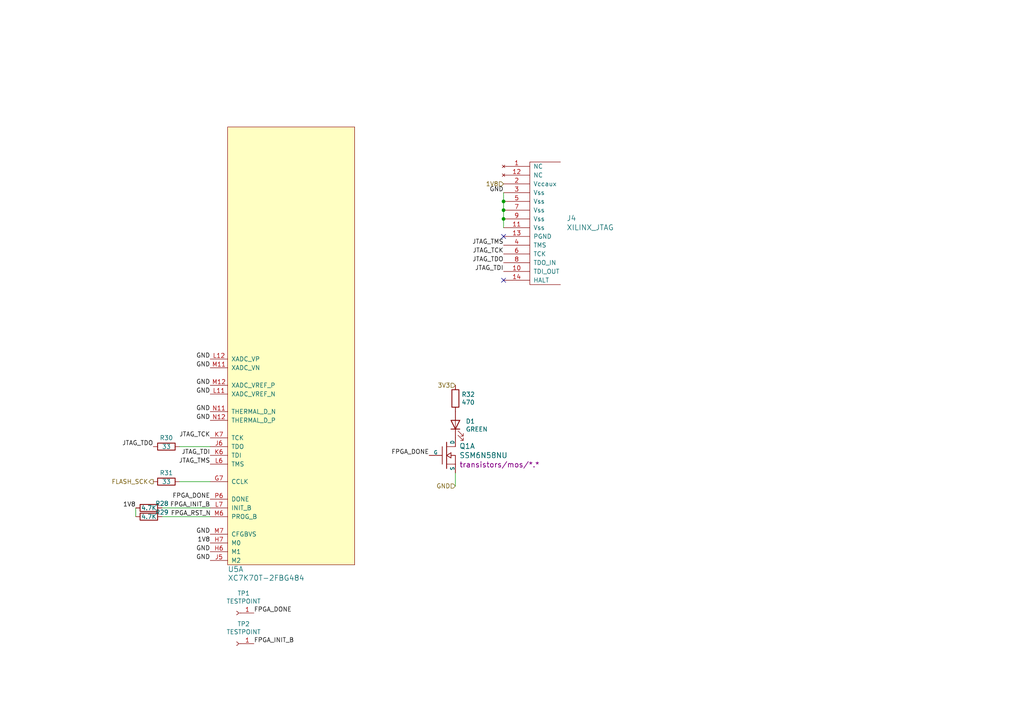
<source format=kicad_sch>
(kicad_sch (version 20211123) (generator eeschema)
  (paper "A4")
  (title_block (title "SATA sniffer") (date "2022-02-15") (rev "0.1") (comment 1 "Andrew D. Zonenberg"))
  (lib_symbols
    (symbol "Connector:Conn_01x01_Female" (pin_names (offset 1.016) hide)
      (property "Reference" "J" (at 0 2.54 0))
      (property "Value" "Conn_01x01_Female" (at 0 -2.54 0))
      (symbol "Conn_01x01_Female_1_1"
        (pin passive line (at -5.08 0 0) (length 3.81) (name "Pin_1") (number "1"))
      )
    )
    (symbol "Device:LED" (pin_numbers hide) (pin_names (offset 1.016) hide)
      (property "Reference" "D" (at 0 2.54 0))
      (property "Value" "LED" (at 0 -2.54 0))
      (symbol "LED_1_1"
        (pin passive line (at -3.81 0 0) (length 2.54) (name "K") (number "1"))
        (pin passive line (at 3.81 0 180) (length 2.54) (name "A") (number "2"))
      )
    )
    (symbol "Device:R" (pin_numbers hide) (pin_names (offset 0))
      (property "Reference" "R" (at 2.032 0 90))
      (property "Value" "R" (at 0 0 90))
      (symbol "R_1_1"
        (pin passive line (at 0 3.81 270) (length 1.27) (name "~") (number "1"))
        (pin passive line (at 0 -3.81 90) (length 1.27) (name "~") (number "2"))
      )
    )
    (symbol "special-azonenberg:SSM6N58NU_DUAL_NMOS" (pin_numbers hide) (pin_names (offset 0))
      (property "Reference" "Q" (at 0.254 4.318 0))
      (property "Value" "SSM6N58NU_DUAL_NMOS" (at -1.27 -3.81 0))
      (property "Datasheet" "transistors/mos/*.*" (at 0 0 0))
      (symbol "SSM6N58NU_DUAL_NMOS_1_1"
        (pin passive line (at 2.54 5.08 270) (length 2.54) (name "D") (number "D1"))
        (pin input line (at -5.08 0 0) (length 3.81) (name "G") (number "G1"))
        (pin passive line (at 2.54 -5.08 90) (length 2.54) (name "S") (number "S1"))
      )
      (symbol "SSM6N58NU_DUAL_NMOS_2_1"
        (pin passive line (at 2.54 5.08 270) (length 2.54) (name "D") (number "D2"))
        (pin input line (at -5.08 0 0) (length 3.81) (name "G") (number "G2"))
        (pin passive line (at 2.54 -5.08 90) (length 2.54) (name "S") (number "S2"))
      )
    )
    (symbol "xilinx-azonenberg:XC7KxT-FBG484" (pin_names (offset 1.016))
      (property "Reference" "U" (at 0 -2.54 0))
      (property "Value" "XC7KxT-FBG484" (at 27.94 -2.54 0))
      (symbol "XC7KxT-FBG484_1_1"
        (pin bidirectional line (at -5.08 22.86 0) (length 5.08) (name "CCLK") (number "G7"))
        (pin input line (at -5.08 2.54 0) (length 5.08) (name "M1") (number "H6"))
        (pin input line (at -5.08 5.08 0) (length 5.08) (name "M0") (number "H7"))
        (pin input line (at -5.08 0 0) (length 5.08) (name "M2") (number "J5"))
        (pin output line (at -5.08 33.02 0) (length 5.08) (name "TDO") (number "J6"))
        (pin input line (at -5.08 30.48 0) (length 5.08) (name "TDI") (number "K6"))
        (pin input line (at -5.08 35.56 0) (length 5.08) (name "TCK") (number "K7"))
        (pin power_in line (at -5.08 48.26 0) (length 5.08) (name "XADC_VREF_N") (number "L11"))
        (pin power_in line (at -5.08 58.42 0) (length 5.08) (name "XADC_VP") (number "L12"))
        (pin input line (at -5.08 27.94 0) (length 5.08) (name "TMS") (number "L6"))
        (pin bidirectional line (at -5.08 15.24 0) (length 5.08) (name "INIT_B") (number "L7"))
        (pin power_in line (at -5.08 55.88 0) (length 5.08) (name "XADC_VN") (number "M11"))
        (pin power_in line (at -5.08 50.8 0) (length 5.08) (name "XADC_VREF_P") (number "M12"))
        (pin input line (at -5.08 12.7 0) (length 5.08) (name "PROG_B") (number "M6"))
        (pin input line (at -5.08 7.62 0) (length 5.08) (name "CFGBVS") (number "M7"))
        (pin passive line (at -5.08 43.18 0) (length 5.08) (name "THERMAL_D_N") (number "N11"))
        (pin passive line (at -5.08 40.64 0) (length 5.08) (name "THERMAL_D_P") (number "N12"))
        (pin output line (at -5.08 17.78 0) (length 5.08) (name "DONE") (number "P6"))
      )
      (symbol "XC7KxT-FBG484_2_0"
        (text "1.0V" (at 15.24 93.98 900) (effects (font (size 1.524 1.524))))
        (text "1.2V" (at 15.24 59.69 900) (effects (font (size 1.524 1.524))))
        (text "1.5V" (at 15.24 21.59 0) (effects (font (size 1.524 1.524))))
        (text "1.8V" (at 15.24 38.1 900) (effects (font (size 1.524 1.524))))
      )
      (symbol "XC7KxT-FBG484_2_1"
        (pin power_in line (at 41.91 80.01 180) (length 5.08) (name "VCCO_15") (number "A17"))
        (pin power_in line (at -5.08 63.5 0) (length 5.08) (name "MGTAVTT") (number "A2"))
        (pin power_in line (at -5.08 76.2 0) (length 5.08) (name "MGTAVCC") (number "A6"))
        (pin power_in line (at 41.91 115.57 180) (length 5.08) (name "VCCO_13") (number "AA17"))
        (pin power_in line (at 41.91 49.53 180) (length 5.08) (name "VCCO_33") (number "AA7"))
        (pin power_in line (at 41.91 113.03 180) (length 5.08) (name "VCCO_13") (number "AB14"))
        (pin power_in line (at 41.91 31.75 180) (length 5.08) (name "VCCO_34") (number "AB4"))
        (pin power_in line (at 41.91 77.47 180) (length 5.08) (name "VCCO_15") (number "B14"))
        (pin power_in line (at 41.91 62.23 180) (length 5.08) (name "VCCO_16") (number "C11"))
        (pin power_in line (at -5.08 60.96 0) (length 5.08) (name "MGTAVTT") (number "C2"))
        (pin power_in line (at 41.91 74.93 180) (length 5.08) (name "VCCO_15") (number "C21"))
        (pin power_in line (at -5.08 73.66 0) (length 5.08) (name "MGTAVCC") (number "C6"))
        (pin power_in line (at 41.91 72.39 180) (length 5.08) (name "VCCO_15") (number "D18"))
        (pin power_in line (at 41.91 59.69 180) (length 5.08) (name "VCCO_16") (number "D8"))
        (pin power_in line (at 41.91 69.85 180) (length 5.08) (name "VCCO_15") (number "E15"))
        (pin power_in line (at -5.08 58.42 0) (length 5.08) (name "MGTAVTT") (number "E2"))
        (pin power_in line (at -5.08 71.12 0) (length 5.08) (name "MGTAVCC") (number "E6"))
        (pin power_in line (at 41.91 57.15 180) (length 5.08) (name "VCCO_16") (number "F12"))
        (pin power_in line (at 41.91 97.79 180) (length 5.08) (name "VCCO_14") (number "F22"))
        (pin power_in line (at 41.91 95.25 180) (length 5.08) (name "VCCO_14") (number "G19"))
        (pin power_in line (at -5.08 55.88 0) (length 5.08) (name "MGTAVTT") (number "G2"))
        (pin power_in line (at -5.08 68.58 0) (length 5.08) (name "MGTAVCC") (number "G6"))
        (pin power_in line (at 41.91 54.61 180) (length 5.08) (name "VCCO_16") (number "G9"))
        (pin power_in line (at 41.91 67.31 180) (length 5.08) (name "VCCO_15") (number "H16"))
        (pin power_in line (at -5.08 124.46 0) (length 5.08) (name "VCCINT") (number "J11"))
        (pin power_in line (at -5.08 121.92 0) (length 5.08) (name "VCCINT") (number "J13"))
        (pin power_in line (at -5.08 119.38 0) (length 5.08) (name "VCCINT") (number "J15"))
        (pin power_in line (at -5.08 25.4 0) (length 5.08) (name "MGTVCCAUX") (number "J4"))
        (pin power_in line (at 41.91 123.19 180) (length 5.08) (name "VCCO_0") (number "J7"))
        (pin power_in line (at -5.08 116.84 0) (length 5.08) (name "VCCINT") (number "J9"))
        (pin power_in line (at -5.08 50.8 0) (length 5.08) (name "VCCAUX") (number "K10"))
        (pin power_in line (at -5.08 30.48 0) (length 5.08) (name "VCCADC") (number "K12"))
        (pin power_in line (at -5.08 114.3 0) (length 5.08) (name "VCCINT") (number "K14"))
        (pin power_in line (at 41.91 92.71 180) (length 5.08) (name "VCCO_14") (number "K20"))
        (pin power_in line (at -5.08 111.76 0) (length 5.08) (name "VCCINT") (number "K8"))
        (pin power_in line (at -5.08 86.36 0) (length 5.08) (name "VCCBRAM") (number "L13"))
        (pin power_in line (at -5.08 109.22 0) (length 5.08) (name "VCCINT") (number "L15"))
        (pin power_in line (at 41.91 90.17 180) (length 5.08) (name "VCCO_14") (number "L17"))
        (pin power_in line (at -5.08 106.68 0) (length 5.08) (name "VCCINT") (number "L9"))
        (pin power_in line (at -5.08 48.26 0) (length 5.08) (name "VCCAUX") (number "M10"))
        (pin power_in line (at -5.08 104.14 0) (length 5.08) (name "VCCINT") (number "M14"))
        (pin power_in line (at 41.91 29.21 180) (length 5.08) (name "VCCO_34") (number "M4"))
        (pin power_in line (at -5.08 101.6 0) (length 5.08) (name "VCCINT") (number "M8"))
        (pin power_in line (at 41.91 26.67 180) (length 5.08) (name "VCCO_34") (number "N1"))
        (pin power_in line (at -5.08 83.82 0) (length 5.08) (name "VCCBRAM") (number "N13"))
        (pin power_in line (at -5.08 99.06 0) (length 5.08) (name "VCCINT") (number "N15"))
        (pin power_in line (at 41.91 87.63 180) (length 5.08) (name "VCCO_14") (number "N21"))
        (pin power_in line (at 41.91 120.65 180) (length 5.08) (name "VCCO_0") (number "N7"))
        (pin power_in line (at -5.08 96.52 0) (length 5.08) (name "VCCINT") (number "N9"))
        (pin power_in line (at -5.08 45.72 0) (length 5.08) (name "VCCAUX") (number "P10"))
        (pin power_in line (at -5.08 43.18 0) (length 5.08) (name "VCCAUX") (number "P12"))
        (pin power_in line (at -5.08 93.98 0) (length 5.08) (name "VCCINT") (number "P14"))
        (pin power_in line (at 41.91 85.09 180) (length 5.08) (name "VCCO_14") (number "P18"))
        (pin power_in line (at -5.08 21.59 0) (length 5.08) (name "VCCBATT") (number "P7"))
        (pin power_in line (at -5.08 40.64 0) (length 5.08) (name "VCCAUX") (number "P8"))
        (pin power_in line (at -5.08 38.1 0) (length 5.08) (name "VCCAUX") (number "R11"))
        (pin power_in line (at -5.08 81.28 0) (length 5.08) (name "VCCBRAM") (number "R13"))
        (pin power_in line (at -5.08 91.44 0) (length 5.08) (name "VCCINT") (number "R15"))
        (pin power_in line (at 41.91 24.13 180) (length 5.08) (name "VCCO_34") (number "R5"))
        (pin power_in line (at -5.08 35.56 0) (length 5.08) (name "VCCAUX") (number "R9"))
        (pin power_in line (at 41.91 46.99 180) (length 5.08) (name "VCCO_33") (number "T12"))
        (pin power_in line (at 41.91 21.59 180) (length 5.08) (name "VCCO_34") (number "T2"))
        (pin power_in line (at 41.91 110.49 180) (length 5.08) (name "VCCO_13") (number "T22"))
        (pin power_in line (at 41.91 107.95 180) (length 5.08) (name "VCCO_13") (number "U19"))
        (pin power_in line (at 41.91 44.45 180) (length 5.08) (name "VCCO_33") (number "U9"))
        (pin power_in line (at 41.91 105.41 180) (length 5.08) (name "VCCO_13") (number "V16"))
        (pin power_in line (at 41.91 41.91 180) (length 5.08) (name "VCCO_33") (number "V6"))
        (pin power_in line (at 41.91 39.37 180) (length 5.08) (name "VCCO_33") (number "W13"))
        (pin power_in line (at 41.91 19.05 180) (length 5.08) (name "VCCO_34") (number "W3"))
        (pin power_in line (at 41.91 36.83 180) (length 5.08) (name "VCCO_33") (number "Y10"))
        (pin power_in line (at 41.91 102.87 180) (length 5.08) (name "VCCO_13") (number "Y20"))
      )
      (symbol "XC7KxT-FBG484_3_0"
        (text "Byte group 0" (at 25.4 107.95 900) (effects (font (size 1.524 1.524))))
        (text "Byte group 1" (at 25.4 77.47 900) (effects (font (size 1.524 1.524))))
        (text "Byte group 2" (at 25.4 46.99 900) (effects (font (size 1.524 1.524))))
        (text "Byte group 3" (at 25.4 16.51 900) (effects (font (size 1.524 1.524))))
      )
      (symbol "XC7KxT-FBG484_3_1"
        (pin bidirectional line (at -5.08 35.56 0) (length 5.08) (name "IO_L18P_T2_13") (number "AA14"))
        (pin bidirectional line (at -5.08 33.02 0) (length 5.08) (name "IO_L18N_T2_13") (number "AA15"))
        (pin bidirectional line (at -5.08 40.64 0) (length 5.08) (name "IO_L17P_T2_13") (number "AA16"))
        (pin bidirectional line (at -5.08 50.8 0) (length 5.08) (name "IO_L15P_T2_DQS_13") (number "AA18"))
        (pin bidirectional line (at -5.08 76.2 0) (length 5.08) (name "IO_L10_PT1_13") (number "AA19"))
        (pin bidirectional line (at -5.08 86.36 0) (length 5.08) (name "IO_L8P_T1_13") (number "AA20"))
        (pin bidirectional line (at -5.08 81.28 0) (length 5.08) (name "IO_L9P_T1_DQS_13") (number "AA21"))
        (pin bidirectional line (at -5.08 45.72 0) (length 5.08) (name "IO_L16P_T2_13") (number "AB15"))
        (pin bidirectional line (at -5.08 43.18 0) (length 5.08) (name "IO_L16N_T2_13") (number "AB16"))
        (pin bidirectional line (at -5.08 38.1 0) (length 5.08) (name "IO_L17N_T2_13") (number "AB17"))
        (pin bidirectional line (at -5.08 48.26 0) (length 5.08) (name "IO_L15N_T2_DQS_13") (number "AB18"))
        (pin bidirectional line (at -5.08 73.66 0) (length 5.08) (name "IO_L10N_T1_13") (number "AB20"))
        (pin bidirectional line (at -5.08 83.82 0) (length 5.08) (name "IO_L8N_T1_13") (number "AB21"))
        (pin bidirectional line (at -5.08 78.74 0) (length 5.08) (name "IO_L9N_T1_DQS_13") (number "AB22"))
        (pin bidirectional line (at -5.08 25.4 0) (length 5.08) (name "IO_L20P_T3_13") (number "R16"))
        (pin bidirectional line (at -5.08 5.08 0) (length 5.08) (name "IO_L24P_T3_13") (number "T15"))
        (pin bidirectional line (at -5.08 22.86 0) (length 5.08) (name "IO_L20N_T3_13") (number "T16"))
        (pin bidirectional line (at -5.08 111.76 0) (length 5.08) (name "IO_L3P_T0_DQS_13") (number "T18"))
        (pin bidirectional line (at -5.08 124.46 0) (length 5.08) (name "IO_0_13") (number "T19"))
        (pin bidirectional line (at -5.08 96.52 0) (length 5.08) (name "IO_L6P_T0_13") (number "T20"))
        (pin bidirectional line (at -5.08 121.92 0) (length 5.08) (name "IO_L1P_T0_13") (number "T21"))
        (pin bidirectional line (at -5.08 2.54 0) (length 5.08) (name "IO_L24N_T3_13") (number "U15"))
        (pin bidirectional line (at -5.08 30.48 0) (length 5.08) (name "IO_L19P_T3_13") (number "U16"))
        (pin bidirectional line (at -5.08 101.6 0) (length 5.08) (name "IO_L5P_T0_13") (number "U17"))
        (pin bidirectional line (at -5.08 109.22 0) (length 5.08) (name "IO_L3N_T0_DQS_13") (number "U18"))
        (pin bidirectional line (at -5.08 93.98 0) (length 5.08) (name "IO_L6N_T0_VREF_13") (number "U20"))
        (pin bidirectional line (at -5.08 119.38 0) (length 5.08) (name "IO_L1N_T0_13") (number "U21"))
        (pin bidirectional line (at -5.08 116.84 0) (length 5.08) (name "IO_L2P_T0_13") (number "U22"))
        (pin bidirectional line (at -5.08 0 0) (length 5.08) (name "IO_25_13") (number "V14"))
        (pin bidirectional line (at -5.08 10.16 0) (length 5.08) (name "IO_L23P_T3_13") (number "V15"))
        (pin bidirectional line (at -5.08 27.94 0) (length 5.08) (name "IO_L19N_T3_VREF_13") (number "V17"))
        (pin bidirectional line (at -5.08 99.06 0) (length 5.08) (name "IO_L5N_T0_13") (number "V18"))
        (pin bidirectional line (at -5.08 66.04 0) (length 5.08) (name "IO_L12P_T1_MRCC_13") (number "V19"))
        (pin bidirectional line (at -5.08 71.12 0) (length 5.08) (name "IO_L11P_T1_SRCC_13") (number "V20"))
        (pin bidirectional line (at -5.08 114.3 0) (length 5.08) (name "IO_L2N_T0_13") (number "V22"))
        (pin bidirectional line (at -5.08 15.24 0) (length 5.08) (name "IO_L22P_T3_13") (number "W14"))
        (pin bidirectional line (at -5.08 7.62 0) (length 5.08) (name "IO_L23N_T3_13") (number "W15"))
        (pin bidirectional line (at -5.08 20.32 0) (length 5.08) (name "IO_L21P_T3_DQS_13") (number "W16"))
        (pin bidirectional line (at -5.08 55.88 0) (length 5.08) (name "IO_L14P_T2_SRCC_13") (number "W17"))
        (pin bidirectional line (at -5.08 63.5 0) (length 5.08) (name "IO_12N_T1_MRCC_13") (number "W19"))
        (pin bidirectional line (at -5.08 68.58 0) (length 5.08) (name "IO_L11N_T1_SRCC_13") (number "W20"))
        (pin bidirectional line (at -5.08 106.68 0) (length 5.08) (name "IO_L4P_T0_13") (number "W21"))
        (pin bidirectional line (at -5.08 104.14 0) (length 5.08) (name "IO_L4N_T0_13") (number "W22"))
        (pin bidirectional line (at -5.08 12.7 0) (length 5.08) (name "IO_L22N_T3_13") (number "Y14"))
        (pin bidirectional line (at -5.08 17.78 0) (length 5.08) (name "IO_L21N_T3_DQS_13") (number "Y16"))
        (pin bidirectional line (at -5.08 53.34 0) (length 5.08) (name "IO_L14N_T2_SRCC_13") (number "Y17"))
        (pin bidirectional line (at -5.08 60.96 0) (length 5.08) (name "IO_L13P_T2_MRCC_13") (number "Y18"))
        (pin bidirectional line (at -5.08 58.42 0) (length 5.08) (name "IO_L13N_T2_MRCC_13") (number "Y19"))
        (pin bidirectional line (at -5.08 91.44 0) (length 5.08) (name "IO_L7P_T1_13") (number "Y21"))
        (pin bidirectional line (at -5.08 88.9 0) (length 5.08) (name "IO_L7N_T1_13") (number "Y22"))
      )
      (symbol "XC7KxT-FBG484_4_0"
        (text "Byte group 0" (at 34.29 106.68 900) (effects (font (size 1.524 1.524))))
        (text "Byte group 1" (at 34.29 77.47 900) (effects (font (size 1.524 1.524))))
        (text "Byte group 2" (at 34.29 46.99 900) (effects (font (size 1.524 1.524))))
        (text "Byte group 3" (at 34.29 16.51 900) (effects (font (size 1.524 1.524))))
      )
      (symbol "XC7KxT-FBG484_4_1"
        (pin bidirectional line (at -5.08 91.44 0) (length 5.08) (name "IO_L7P_T1_D09_14") (number "E21"))
        (pin bidirectional line (at -5.08 88.9 0) (length 5.08) (name "IO_L7N_T1_D10_14") (number "E22"))
        (pin bidirectional line (at -5.08 114.3 0) (length 5.08) (name "IO_L2N_T0_D03_14") (number "F19"))
        (pin bidirectional line (at -5.08 104.14 0) (length 5.08) (name "IO_L4N_T0_D05_14") (number "F20"))
        (pin bidirectional line (at -5.08 78.74 0) (length 5.08) (name "IO_L9N_T1_DQS_D13_14") (number "F21"))
        (pin bidirectional line (at -5.08 116.84 0) (length 5.08) (name "IO_L2P_T0_D02_14") (number "G18"))
        (pin bidirectional line (at -5.08 106.68 0) (length 5.08) (name "IO_L4P_T0_D04_14") (number "G20"))
        (pin bidirectional line (at -5.08 81.28 0) (length 5.08) (name "IO_L9P_T1_DQS_14") (number "G21"))
        (pin bidirectional line (at -5.08 83.82 0) (length 5.08) (name "IO_L8N_T1_D12_14") (number "G22"))
        (pin bidirectional line (at -5.08 121.92 0) (length 5.08) (name "IO_L1P_T0_D00_MOSI_14") (number "H18"))
        (pin bidirectional line (at -5.08 119.38 0) (length 5.08) (name "IO_L1N_T0_D01_DIN_14") (number "H19"))
        (pin bidirectional line (at -5.08 68.58 0) (length 5.08) (name "IO_L11N_T1_SRCC_14") (number "H20"))
        (pin bidirectional line (at -5.08 86.36 0) (length 5.08) (name "IO_L8P_T1_D11_14") (number "H22"))
        (pin bidirectional line (at -5.08 109.22 0) (length 5.08) (name "IO_L3N_T0_DQS_EMCCLK_14") (number "J19"))
        (pin bidirectional line (at -5.08 71.12 0) (length 5.08) (name "IO_L11P_T1_SRCC_14") (number "J20"))
        (pin bidirectional line (at -5.08 76.2 0) (length 5.08) (name "IO_L10P_T1_D14_14") (number "J21"))
        (pin bidirectional line (at -5.08 73.66 0) (length 5.08) (name "IO_L10N_T1_D15_14") (number "J22"))
        (pin bidirectional line (at -5.08 124.46 0) (length 5.08) (name "IO_0_14") (number "K16"))
        (pin bidirectional line (at -5.08 93.98 0) (length 5.08) (name "IO_L6N_T0_D08_VREF_14") (number "K17"))
        (pin bidirectional line (at -5.08 111.76 0) (length 5.08) (name "IO_L3P_T0_DQS_PUDC_B_14") (number "K18"))
        (pin bidirectional line (at -5.08 99.06 0) (length 5.08) (name "IO_L5N_T0_D07_14") (number "K19"))
        (pin bidirectional line (at -5.08 45.72 0) (length 5.08) (name "IO_L16P_T2_CSI_B_14") (number "K21"))
        (pin bidirectional line (at -5.08 43.18 0) (length 5.08) (name "IO_L16N_T2_A15_D31_14") (number "K22"))
        (pin bidirectional line (at -5.08 96.52 0) (length 5.08) (name "IO_L6P_T0_FCS_B_14") (number "L16"))
        (pin bidirectional line (at -5.08 101.6 0) (length 5.08) (name "IO_L5P_T0_D06_14") (number "L18"))
        (pin bidirectional line (at -5.08 66.04 0) (length 5.08) (name "IO_L12P_T1_MRCC_14") (number "L19"))
        (pin bidirectional line (at -5.08 63.5 0) (length 5.08) (name "IO_L12N_T1_MRCC_14") (number "L20"))
        (pin bidirectional line (at -5.08 33.02 0) (length 5.08) (name "IO_L18N_T2_A11_D27_14") (number "L21"))
        (pin bidirectional line (at -5.08 0 0) (length 5.08) (name "IO_25_14") (number "M16"))
        (pin bidirectional line (at -5.08 55.88 0) (length 5.08) (name "IO_L14P_T2_SRCC_14") (number "M17"))
        (pin bidirectional line (at -5.08 53.34 0) (length 5.08) (name "IO_L14N_T2_SRCC_14") (number "M18"))
        (pin bidirectional line (at -5.08 35.56 0) (length 5.08) (name "IO_L18P_T2_A12_D28_14") (number "M20"))
        (pin bidirectional line (at -5.08 38.1 0) (length 5.08) (name "IO_L17N_T2_A13_D29_14") (number "M21"))
        (pin bidirectional line (at -5.08 48.26 0) (length 5.08) (name "IO_L15N_T2_DQS_DOUT_CSO_B_14") (number "M22"))
        (pin bidirectional line (at -5.08 7.62 0) (length 5.08) (name "IO_L23N_T3_A02_D18_14") (number "N17"))
        (pin bidirectional line (at -5.08 60.96 0) (length 5.08) (name "IO_L13P_T2_MRCC_14") (number "N18"))
        (pin bidirectional line (at -5.08 58.42 0) (length 5.08) (name "IO_L13N_T2_MRCC_14") (number "N19"))
        (pin bidirectional line (at -5.08 40.64 0) (length 5.08) (name "IO_L17P_T2_A14_D30_14") (number "N20"))
        (pin bidirectional line (at -5.08 50.8 0) (length 5.08) (name "IO_L15P_T2_DQS_RDWR_B_14") (number "N22"))
        (pin bidirectional line (at -5.08 10.16 0) (length 5.08) (name "IO_L23P_T3_A03_D19_14") (number "P16"))
        (pin bidirectional line (at -5.08 17.78 0) (length 5.08) (name "IO_L21N_T3_DQS_A06_D22_14") (number "P17"))
        (pin bidirectional line (at -5.08 25.4 0) (length 5.08) (name "IO_L20P_T3_A08_D24_14") (number "P19"))
        (pin bidirectional line (at -5.08 22.86 0) (length 5.08) (name "IO_L20N_T3_A07_D23_14") (number "P20"))
        (pin bidirectional line (at -5.08 15.24 0) (length 5.08) (name "IO_L22P_T3_A05_D21_14") (number "P21"))
        (pin bidirectional line (at -5.08 12.7 0) (length 5.08) (name "IO_L22N_T3_A04_D20_14") (number "P22"))
        (pin bidirectional line (at -5.08 20.32 0) (length 5.08) (name "IO_L21P_T3_DQS_14") (number "R17"))
        (pin bidirectional line (at -5.08 30.48 0) (length 5.08) (name "IO_L19P_T3_A10_D26_14") (number "R18"))
        (pin bidirectional line (at -5.08 27.94 0) (length 5.08) (name "IO_L19N_T3_A09_D25_VREF_14") (number "R19"))
        (pin bidirectional line (at -5.08 5.08 0) (length 5.08) (name "IO_L24P_T3_A01_D17_14") (number "R21"))
        (pin bidirectional line (at -5.08 2.54 0) (length 5.08) (name "IO_L24N_T3_A00_D16_14") (number "R22"))
      )
      (symbol "XC7KxT-FBG484_5_0"
        (text "Byte group 0" (at 31.75 106.68 900) (effects (font (size 1.524 1.524))))
        (text "Byte group 1" (at 31.75 76.2 900) (effects (font (size 1.524 1.524))))
        (text "Byte group 2" (at 31.75 45.72 900) (effects (font (size 1.524 1.524))))
        (text "Byte group 3" (at 31.75 15.24 900) (effects (font (size 1.524 1.524))))
      )
      (symbol "XC7KxT-FBG484_5_1"
        (pin bidirectional line (at -5.08 106.68 0) (length 5.08) (name "IO_L4P_T0_AD9P_15") (number "A13"))
        (pin bidirectional line (at -5.08 104.14 0) (length 5.08) (name "IO_L4N_T0_AD9N_15") (number "A14"))
        (pin bidirectional line (at -5.08 78.74 0) (length 5.08) (name "IO_L9N_T1_DQS_AD11N_15") (number "A15"))
        (pin bidirectional line (at -5.08 83.82 0) (length 5.08) (name "IO_L8N_T1_AD3N_15") (number "A16"))
        (pin bidirectional line (at -5.08 73.66 0) (length 5.08) (name "IO_L10N_T1_AD4N_15") (number "A18"))
        (pin bidirectional line (at -5.08 22.86 0) (length 5.08) (name "IO_L20N_T3_A19_15") (number "A19"))
        (pin bidirectional line (at -5.08 15.24 0) (length 5.08) (name "IO_L22P_T3_A17_15") (number "A20"))
        (pin bidirectional line (at -5.08 12.7 0) (length 5.08) (name "IO_L22N_T3_A16_15") (number "A21"))
        (pin bidirectional line (at -5.08 114.3 0) (length 5.08) (name "IO_L2N_T0_AD8N_15") (number "B12"))
        (pin bidirectional line (at -5.08 99.06 0) (length 5.08) (name "IO_L5N_T0_AD2N_15") (number "B13"))
        (pin bidirectional line (at -5.08 81.28 0) (length 5.08) (name "IO_L9P_T1_DQS_AD11P_15") (number "B15"))
        (pin bidirectional line (at -5.08 86.36 0) (length 5.08) (name "IO_L8P_T1_AD3P_15") (number "B16"))
        (pin bidirectional line (at -5.08 76.2 0) (length 5.08) (name "IO_L10P_T1_AD4P_15") (number "B17"))
        (pin bidirectional line (at -5.08 25.4 0) (length 5.08) (name "IO_L20P_T3_A20_15") (number "B18"))
        (pin bidirectional line (at -5.08 5.08 0) (length 5.08) (name "IO_L24P_T3_RS1_15") (number "B20"))
        (pin bidirectional line (at -5.08 2.54 0) (length 5.08) (name "IO_L24N_T3_RS0_15") (number "B21"))
        (pin bidirectional line (at -5.08 17.78 0) (length 5.08) (name "IO_L21N_T3_DQS_A18_15") (number "B22"))
        (pin bidirectional line (at -5.08 116.84 0) (length 5.08) (name "IO_L2P_T0_AD8P_15") (number "C12"))
        (pin bidirectional line (at -5.08 101.6 0) (length 5.08) (name "IO_L5P_T0_AD2P_15") (number "C13"))
        (pin bidirectional line (at -5.08 91.44 0) (length 5.08) (name "IO_L7P_T1_AD10P_15") (number "C14"))
        (pin bidirectional line (at -5.08 88.9 0) (length 5.08) (name "IO_L7N_T1_AD10N_15") (number "C15"))
        (pin bidirectional line (at -5.08 66.04 0) (length 5.08) (name "IO_L12P_T1_MRCC_AD5P_15") (number "C17"))
        (pin bidirectional line (at -5.08 63.5 0) (length 5.08) (name "IO_L12N_T1_MRCC_AD5N_15") (number "C18"))
        (pin bidirectional line (at -5.08 30.48 0) (length 5.08) (name "IO_L19P_T3_A22_15") (number "C19"))
        (pin bidirectional line (at -5.08 27.94 0) (length 5.08) (name "IO_L19N_T3_A21_VREF_15") (number "C20"))
        (pin bidirectional line (at -5.08 20.32 0) (length 5.08) (name "IO_L21P_T3_DQS_15") (number "C22"))
        (pin bidirectional line (at -5.08 124.46 0) (length 5.08) (name "IO_0_15") (number "D12"))
        (pin bidirectional line (at -5.08 93.98 0) (length 5.08) (name "IO_L6N_T0_VREF_15") (number "D14"))
        (pin bidirectional line (at -5.08 71.12 0) (length 5.08) (name "IO_L11P_T1_SRCC_AD12P_15") (number "D15"))
        (pin bidirectional line (at -5.08 68.58 0) (length 5.08) (name "IO_L11N_T1_SRCC_AD12N_15") (number "D16"))
        (pin bidirectional line (at -5.08 53.34 0) (length 5.08) (name "IO_L14N_T2_SRCC_15") (number "D17"))
        (pin bidirectional line (at -5.08 35.56 0) (length 5.08) (name "IO_L18P_T2_A24_15") (number "D19"))
        (pin bidirectional line (at -5.08 33.02 0) (length 5.08) (name "IO_L18N_T2_A23_15") (number "D20"))
        (pin bidirectional line (at -5.08 10.16 0) (length 5.08) (name "IO_L23P_T3_FOE_B_15") (number "D21"))
        (pin bidirectional line (at -5.08 7.62 0) (length 5.08) (name "IO_L23N_T3_FWE_B_15") (number "D22"))
        (pin bidirectional line (at -5.08 96.52 0) (length 5.08) (name "IO_L6P_T0_15") (number "E14"))
        (pin bidirectional line (at -5.08 55.88 0) (length 5.08) (name "IO_L14P_T2_SRCC_15") (number "E16"))
        (pin bidirectional line (at -5.08 60.96 0) (length 5.08) (name "IO_L13P_T2_MRCC_15") (number "E17"))
        (pin bidirectional line (at -5.08 58.42 0) (length 5.08) (name "IO_L13N_T2_MRCC_15") (number "E18"))
        (pin bidirectional line (at -5.08 38.1 0) (length 5.08) (name "IO_L17N_T2_A25_15") (number "E19"))
        (pin bidirectional line (at -5.08 111.76 0) (length 5.08) (name "IO_L3P_T0_DQS_AD1P_15") (number "F15"))
        (pin bidirectional line (at -5.08 109.22 0) (length 5.08) (name "IO_L3N_T0_DQS_AD1N_15") (number "F16"))
        (pin bidirectional line (at -5.08 40.64 0) (length 5.08) (name "IO_L17P_T2_A26_15") (number "F18"))
        (pin bidirectional line (at -5.08 121.92 0) (length 5.08) (name "IO_L1P_T0_AD0P_15") (number "G15"))
        (pin bidirectional line (at -5.08 119.38 0) (length 5.08) (name "IO_L1N_T0_AD0N_15") (number "G16"))
        (pin bidirectional line (at -5.08 48.26 0) (length 5.08) (name "IO_L15N_T2_DQS_ADV_B_15") (number "G17"))
        (pin bidirectional line (at -5.08 0 0) (length 5.08) (name "IO_25_15") (number "H15"))
        (pin bidirectional line (at -5.08 50.8 0) (length 5.08) (name "IO_L15P_T2_DQS_15") (number "H17"))
        (pin bidirectional line (at -5.08 45.72 0) (length 5.08) (name "IO_L16P_T2_A28_15") (number "J16"))
        (pin bidirectional line (at -5.08 43.18 0) (length 5.08) (name "IO_L16N_T2_A27_15") (number "J17"))
      )
      (symbol "XC7KxT-FBG484_6_0"
        (text "Byte group 1" (at 26.67 107.95 900) (effects (font (size 1.524 1.524))))
        (text "Byte group 2" (at 26.67 77.47 900) (effects (font (size 1.524 1.524))))
        (text "Byte group 3" (at 26.67 49.53 900) (effects (font (size 1.524 1.524))))
      )
      (symbol "XC7KxT-FBG484_6_1"
        (pin bidirectional line (at -5.08 40.64 0) (length 5.08) (name "IO_L23N_T3_16") (number "A10"))
        (pin bidirectional line (at -5.08 43.18 0) (length 5.08) (name "IO_L23P_T3_16") (number "A11"))
        (pin bidirectional line (at -5.08 50.8 0) (length 5.08) (name "IO_L21N_T3_DQS_16") (number "A8"))
        (pin bidirectional line (at -5.08 53.34 0) (length 5.08) (name "IO_L21P_T3_DQS_16") (number "A9"))
        (pin bidirectional line (at -5.08 55.88 0) (length 5.08) (name "IO_L20N_T3_16") (number "B10"))
        (pin bidirectional line (at -5.08 58.42 0) (length 5.08) (name "IO_L20P_T3_16") (number "B11"))
        (pin bidirectional line (at -5.08 45.72 0) (length 5.08) (name "IO_L22N_T3_16") (number "B8"))
        (pin bidirectional line (at -5.08 119.38 0) (length 5.08) (name "IO_L7N_T1_16") (number "C10"))
        (pin bidirectional line (at -5.08 48.26 0) (length 5.08) (name "IO_L22P_T3_16") (number "C8"))
        (pin bidirectional line (at -5.08 60.96 0) (length 5.08) (name "IO_L19N_T3_VREF_16") (number "C9"))
        (pin bidirectional line (at -5.08 121.92 0) (length 5.08) (name "IO_L7P_T1_16") (number "D10"))
        (pin bidirectional line (at -5.08 93.98 0) (length 5.08) (name "IO_L12N_T1_MRCC_16") (number "D11"))
        (pin bidirectional line (at -5.08 63.5 0) (length 5.08) (name "IO_L19P_T3_16") (number "D9"))
        (pin bidirectional line (at -5.08 96.52 0) (length 5.08) (name "IO_L12P_T1_MRCC_16") (number "E11"))
        (pin bidirectional line (at -5.08 104.14 0) (length 5.08) (name "IO_L10N_T1_16") (number "E12"))
        (pin bidirectional line (at -5.08 106.68 0) (length 5.08) (name "IO_L10P_T1_16") (number "E13"))
        (pin bidirectional line (at -5.08 38.1 0) (length 5.08) (name "IO_24_T3_16") (number "E8"))
        (pin bidirectional line (at -5.08 78.74 0) (length 5.08) (name "IO_L15N_T2_DQS_16") (number "E9"))
        (pin bidirectional line (at -5.08 99.06 0) (length 5.08) (name "IO_L11N_T1_SRCC_16") (number "F10"))
        (pin bidirectional line (at -5.08 101.6 0) (length 5.08) (name "IO_L11P_T1_SRCC_16") (number "F11"))
        (pin bidirectional line (at -5.08 114.3 0) (length 5.08) (name "IO_L8N_T1_16") (number "F13"))
        (pin bidirectional line (at -5.08 124.46 0) (length 5.08) (name "IO_6_T0_VREF_16") (number "F14"))
        (pin bidirectional line (at -5.08 68.58 0) (length 5.08) (name "IO_L17N_T2_16") (number "F8"))
        (pin bidirectional line (at -5.08 81.28 0) (length 5.08) (name "IO_L15P_T2_DQS_16") (number "F9"))
        (pin bidirectional line (at -5.08 88.9 0) (length 5.08) (name "IO_L13N_T2_MRCC_16") (number "G10"))
        (pin bidirectional line (at -5.08 91.44 0) (length 5.08) (name "IO_L13P_T2_MRCC_16") (number "G11"))
        (pin bidirectional line (at -5.08 83.82 0) (length 5.08) (name "IO_L14N_T2_SRCC_16") (number "G12"))
        (pin bidirectional line (at -5.08 116.84 0) (length 5.08) (name "IO_L8P_T1_16") (number "G13"))
        (pin bidirectional line (at -5.08 71.12 0) (length 5.08) (name "IO_L17P_T2_16") (number "G8"))
        (pin bidirectional line (at -5.08 66.04 0) (length 5.08) (name "IO_18_T2_16") (number "H10"))
        (pin bidirectional line (at -5.08 86.36 0) (length 5.08) (name "IO_L14P_T2_SRCC_16") (number "H12"))
        (pin bidirectional line (at -5.08 109.22 0) (length 5.08) (name "IO_L9N_T1_DQS_16") (number "H13"))
        (pin bidirectional line (at -5.08 111.76 0) (length 5.08) (name "IO_L9P_T1_DQS_16") (number "H14"))
        (pin bidirectional line (at -5.08 73.66 0) (length 5.08) (name "IO_L16N_T2_16") (number "H8"))
        (pin bidirectional line (at -5.08 76.2 0) (length 5.08) (name "IO_L16P_T2_16") (number "H9"))
      )
      (symbol "XC7KxT-FBG484_7_0"
        (text "Byte group 0" (at 25.4 106.68 900) (effects (font (size 1.524 1.524))))
        (text "Byte group 1" (at 25.4 77.47 900) (effects (font (size 1.524 1.524))))
        (text "Byte group 2" (at 25.4 45.72 900) (effects (font (size 1.524 1.524))))
        (text "Byte group 3" (at 25.4 16.51 900) (effects (font (size 1.524 1.524))))
      )
      (symbol "XC7KxT-FBG484_7_1"
        (pin bidirectional line (at -5.08 106.68 0) (length 5.08) (name "IO_L4P_T0_33") (number "AA10"))
        (pin bidirectional line (at -5.08 25.4 0) (length 5.08) (name "IO_L20P_T3_33") (number "AA11"))
        (pin bidirectional line (at -5.08 17.78 0) (length 5.08) (name "IO_L21N_T3_DQS_33") (number "AA13"))
        (pin bidirectional line (at -5.08 121.92 0) (length 5.08) (name "IO_L1P_T0_33") (number "AA5"))
        (pin bidirectional line (at -5.08 111.76 0) (length 5.08) (name "IO_L3P_T0_DQS_33") (number "AA6"))
        (pin bidirectional line (at -5.08 99.06 0) (length 5.08) (name "IO_L5N_T0_33") (number "AA8"))
        (pin bidirectional line (at -5.08 101.6 0) (length 5.08) (name "IO_L5P_T0_33") (number "AA9"))
        (pin bidirectional line (at -5.08 104.14 0) (length 5.08) (name "IO_L4N_T0_33") (number "AB10"))
        (pin bidirectional line (at -5.08 22.86 0) (length 5.08) (name "IO_L20N_T3_33") (number "AB11"))
        (pin bidirectional line (at -5.08 12.7 0) (length 5.08) (name "IO_L22N_T3_33") (number "AB12"))
        (pin bidirectional line (at -5.08 15.24 0) (length 5.08) (name "IO_L22P_T3_33") (number "AB13"))
        (pin bidirectional line (at -5.08 119.38 0) (length 5.08) (name "IO_L1N_T0_33") (number "AB5"))
        (pin bidirectional line (at -5.08 109.22 0) (length 5.08) (name "IO_L3N_T0_DQS_33") (number "AB6"))
        (pin bidirectional line (at -5.08 114.3 0) (length 5.08) (name "IO_L2N_T0_33") (number "AB7"))
        (pin bidirectional line (at -5.08 116.84 0) (length 5.08) (name "IO_L2P_T0_33") (number "AB8"))
        (pin bidirectional line (at -5.08 83.82 0) (length 5.08) (name "IO_L8N_T1_33") (number "R6"))
        (pin bidirectional line (at -5.08 86.36 0) (length 5.08) (name "IO_L8P_T1_33") (number "R7"))
        (pin bidirectional line (at -5.08 43.18 0) (length 5.08) (name "IO_L16N_T2_33") (number "T10"))
        (pin bidirectional line (at -5.08 45.72 0) (length 5.08) (name "IO_L16P_T2_33") (number "T11"))
        (pin bidirectional line (at -5.08 5.08 0) (length 5.08) (name "IO_L24P_T3_33") (number "T13"))
        (pin bidirectional line (at -5.08 0 0) (length 5.08) (name "IO_25_VRP_33") (number "T14"))
        (pin bidirectional line (at -5.08 124.46 0) (length 5.08) (name "IO_0_VRN_33") (number "T6"))
        (pin bidirectional line (at -5.08 33.02 0) (length 5.08) (name "IO_L18N_T2_33") (number "T8"))
        (pin bidirectional line (at -5.08 35.56 0) (length 5.08) (name "IO_L18P_T2_33") (number "T9"))
        (pin bidirectional line (at -5.08 55.88 0) (length 5.08) (name "IO_L14P_T2_SRCC_33") (number "U10"))
        (pin bidirectional line (at -5.08 38.1 0) (length 5.08) (name "IO_L17N_T2_33") (number "U11"))
        (pin bidirectional line (at -5.08 40.64 0) (length 5.08) (name "IO_L17P_T2_33") (number "U12"))
        (pin bidirectional line (at -5.08 2.54 0) (length 5.08) (name "IO_L24N_T3_33") (number "U13"))
        (pin bidirectional line (at -5.08 73.66 0) (length 5.08) (name "IO_L10N_T1_33") (number "U6"))
        (pin bidirectional line (at -5.08 76.2 0) (length 5.08) (name "IO_L10P_T1_33") (number "U7"))
        (pin bidirectional line (at -5.08 81.28 0) (length 5.08) (name "IO_L9P_T1_DQS_33") (number "U8"))
        (pin bidirectional line (at -5.08 50.8 0) (length 5.08) (name "IO_L15P_T2_DQS_33") (number "V10"))
        (pin bidirectional line (at -5.08 7.62 0) (length 5.08) (name "IO_L23N_T3_33") (number "V12"))
        (pin bidirectional line (at -5.08 10.16 0) (length 5.08) (name "IO_L23P_T3_33") (number "V13"))
        (pin bidirectional line (at -5.08 71.12 0) (length 5.08) (name "IO_L11P_T1_SRCC_33") (number "V7"))
        (pin bidirectional line (at -5.08 78.74 0) (length 5.08) (name "IO_L9N_T1_DQS_33") (number "V8"))
        (pin bidirectional line (at -5.08 53.34 0) (length 5.08) (name "IO_L14N_T2_SRCC_33") (number "V9"))
        (pin bidirectional line (at -5.08 48.26 0) (length 5.08) (name "IO_L15N_T2_DQS_33") (number "W10"))
        (pin bidirectional line (at -5.08 96.52 0) (length 5.08) (name "IO_L6P_T0_33") (number "W11"))
        (pin bidirectional line (at -5.08 30.48 0) (length 5.08) (name "IO_L19P_T3_33") (number "W12"))
        (pin bidirectional line (at -5.08 91.44 0) (length 5.08) (name "IO_L7P_T1_33") (number "W6"))
        (pin bidirectional line (at -5.08 68.58 0) (length 5.08) (name "IO_L11N_T1_SRCC_33") (number "W7"))
        (pin bidirectional line (at -5.08 60.96 0) (length 5.08) (name "IO_L13P_T2_MRCC_33") (number "W9"))
        (pin bidirectional line (at -5.08 93.98 0) (length 5.08) (name "IO_L6N_T0_VREF_33") (number "Y11"))
        (pin bidirectional line (at -5.08 27.94 0) (length 5.08) (name "IO_L19N_T3_VREF_33") (number "Y12"))
        (pin bidirectional line (at -5.08 20.32 0) (length 5.08) (name "IO_L21P_T3_DQS_33") (number "Y13"))
        (pin bidirectional line (at -5.08 88.9 0) (length 5.08) (name "IO_L7N_T1_33") (number "Y6"))
        (pin bidirectional line (at -5.08 63.5 0) (length 5.08) (name "IO_L12N_T1_MRCC_33") (number "Y7"))
        (pin bidirectional line (at -5.08 66.04 0) (length 5.08) (name "IO_L12P_T1_MRCC_33") (number "Y8"))
        (pin bidirectional line (at -5.08 58.42 0) (length 5.08) (name "IO_L13N_T2_MRCC_33") (number "Y9"))
      )
      (symbol "XC7KxT-FBG484_8_0"
        (text "Byte group 0" (at 24.13 106.68 900) (effects (font (size 1.524 1.524))))
        (text "Byte group 1" (at 24.13 76.2 900) (effects (font (size 1.524 1.524))))
        (text "Byte group 2" (at 24.13 45.72 900) (effects (font (size 1.524 1.524))))
        (text "Byte group 3" (at 24.13 15.24 900) (effects (font (size 1.524 1.524))))
      )
      (symbol "XC7KxT-FBG484_8_1"
        (pin bidirectional line (at -5.08 15.24 0) (length 5.08) (name "IO_L22P_T3_34") (number "AA1"))
        (pin bidirectional line (at -5.08 10.16 0) (length 5.08) (name "IO_L23P_T3_34") (number "AA3"))
        (pin bidirectional line (at -5.08 5.08 0) (length 5.08) (name "IO_L24P_T3_34") (number "AA4"))
        (pin bidirectional line (at -5.08 12.7 0) (length 5.08) (name "IO_L22P_T3_34") (number "AB1"))
        (pin bidirectional line (at -5.08 7.62 0) (length 5.08) (name "IO_L23N_T3_34") (number "AB2"))
        (pin bidirectional line (at -5.08 2.54 0) (length 5.08) (name "IO_L24N_T3_34") (number "AB3"))
        (pin bidirectional line (at -5.08 116.84 0) (length 5.08) (name "IO_L2P_T0_34") (number "K1"))
        (pin bidirectional line (at -5.08 104.14 0) (length 5.08) (name "IO_L4N_T0_34") (number "K2"))
        (pin bidirectional line (at -5.08 106.68 0) (length 5.08) (name "IO_L4P_T0_34") (number "K3"))
        (pin bidirectional line (at -5.08 124.46 0) (length 5.08) (name "IO_0_VRN_34") (number "K4"))
        (pin bidirectional line (at -5.08 114.3 0) (length 5.08) (name "IO_L2N_T0_34") (number "L1"))
        (pin bidirectional line (at -5.08 121.92 0) (length 5.08) (name "IO_L1P_T0_34") (number "L3"))
        (pin bidirectional line (at -5.08 93.98 0) (length 5.08) (name "IO_L6N_T0_VREF_34") (number "L4"))
        (pin bidirectional line (at -5.08 96.52 0) (length 5.08) (name "IO_L6P_T0_34") (number "L5"))
        (pin bidirectional line (at -5.08 109.22 0) (length 5.08) (name "IO_L3N_T0_DQS_34") (number "M1"))
        (pin bidirectional line (at -5.08 111.76 0) (length 5.08) (name "IO_L3P_T0_DQS_34") (number "M2"))
        (pin bidirectional line (at -5.08 119.38 0) (length 5.08) (name "IO_L1N_T0_34") (number "M3"))
        (pin bidirectional line (at -5.08 81.28 0) (length 5.08) (name "IO_L9P_T1_DQS_34") (number "M5"))
        (pin bidirectional line (at -5.08 99.06 0) (length 5.08) (name "IO_L5N_T0_34") (number "N2"))
        (pin bidirectional line (at -5.08 101.6 0) (length 5.08) (name "IO_L5P_T0_34") (number "N3"))
        (pin bidirectional line (at -5.08 78.74 0) (length 5.08) (name "IO_L9N_T1_DQS_34") (number "N4"))
        (pin bidirectional line (at -5.08 35.56 0) (length 5.08) (name "IO_L18P_T2_34") (number "N5"))
        (pin bidirectional line (at -5.08 86.36 0) (length 5.08) (name "IO_L8P_T1_34") (number "P1"))
        (pin bidirectional line (at -5.08 91.44 0) (length 5.08) (name "IO_L7P_T1_34") (number "P2"))
        (pin bidirectional line (at -5.08 71.12 0) (length 5.08) (name "IO_L11P_T1_SRCC_34") (number "P4"))
        (pin bidirectional line (at -5.08 33.02 0) (length 5.08) (name "IO_L18N_T2_34") (number "P5"))
        (pin bidirectional line (at -5.08 83.82 0) (length 5.08) (name "IO_L8N_T1_34") (number "R1"))
        (pin bidirectional line (at -5.08 88.9 0) (length 5.08) (name "IO_L7N_T1_34") (number "R2"))
        (pin bidirectional line (at -5.08 66.04 0) (length 5.08) (name "IO_L12P_T1_MRCC_34") (number "R3"))
        (pin bidirectional line (at -5.08 68.58 0) (length 5.08) (name "IO_L11N_T1_SRCC_34") (number "R4"))
        (pin bidirectional line (at -5.08 76.2 0) (length 5.08) (name "IO_L10P_T1_34") (number "T1"))
        (pin bidirectional line (at -5.08 63.5 0) (length 5.08) (name "IO_L12N_T1_MRCC_34") (number "T3"))
        (pin bidirectional line (at -5.08 60.96 0) (length 5.08) (name "IO_L13P_T2_MRCC_34") (number "T4"))
        (pin bidirectional line (at -5.08 45.72 0) (length 5.08) (name "IO_L16P_T2_34") (number "T5"))
        (pin bidirectional line (at -5.08 73.66 0) (length 5.08) (name "IO_L10N_T1_34") (number "U1"))
        (pin bidirectional line (at -5.08 50.8 0) (length 5.08) (name "IO_L15P_T2_DQS_34") (number "U2"))
        (pin bidirectional line (at -5.08 58.42 0) (length 5.08) (name "IO_L13N_T2_MRCC_34") (number "U3"))
        (pin bidirectional line (at -5.08 43.18 0) (length 5.08) (name "IO_L16N_T2_34") (number "U5"))
        (pin bidirectional line (at -5.08 48.26 0) (length 5.08) (name "IO_L15N_T2_DQS_34") (number "V2"))
        (pin bidirectional line (at -5.08 40.64 0) (length 5.08) (name "IO_L17P_T2_34") (number "V3"))
        (pin bidirectional line (at -5.08 55.88 0) (length 5.08) (name "IO_L14P_T2_SRCC_34") (number "V4"))
        (pin bidirectional line (at -5.08 0 0) (length 5.08) (name "IO_25_VRP_34") (number "V5"))
        (pin bidirectional line (at -5.08 25.4 0) (length 5.08) (name "IO_L20P_T3_34") (number "W1"))
        (pin bidirectional line (at -5.08 38.1 0) (length 5.08) (name "IO_L17N_T2_34") (number "W2"))
        (pin bidirectional line (at -5.08 53.34 0) (length 5.08) (name "IO_L14N_T2_SRCC_34") (number "W4"))
        (pin bidirectional line (at -5.08 30.48 0) (length 5.08) (name "IO_L19P_T3_34") (number "W5"))
        (pin bidirectional line (at -5.08 22.86 0) (length 5.08) (name "IO_L20N_T3_34") (number "Y1"))
        (pin bidirectional line (at -5.08 17.78 0) (length 5.08) (name "IO_L21N_T3_DQS_34") (number "Y2"))
        (pin bidirectional line (at -5.08 20.32 0) (length 5.08) (name "IO_L21P_T3_DQS_34") (number "Y3"))
        (pin bidirectional line (at -5.08 27.94 0) (length 5.08) (name "IO_L19N_T3_VREF_34") (number "Y4"))
      )
      (symbol "XC7KxT-FBG484_9_1"
        (pin output line (at -5.08 121.92 0) (length 5.08) (name "GTX_TX_3_N") (number "A3"))
        (pin output line (at -5.08 124.46 0) (length 5.08) (name "GTX_TX_3_P") (number "A4"))
        (pin output line (at -5.08 106.68 0) (length 5.08) (name "GTX_TX_2_N") (number "B1"))
        (pin output line (at -5.08 109.22 0) (length 5.08) (name "GTX_TX_2_P") (number "B2"))
        (pin input line (at -5.08 114.3 0) (length 5.08) (name "GTX_RX_3_N") (number "B5"))
        (pin input line (at -5.08 116.84 0) (length 5.08) (name "GTX_RX_3_P") (number "B6"))
        (pin input line (at -5.08 99.06 0) (length 5.08) (name "GTX_RX_2_N") (number "C3"))
        (pin input line (at -5.08 101.6 0) (length 5.08) (name "GTX_RX_2_P") (number "C4"))
        (pin output line (at -5.08 91.44 0) (length 5.08) (name "GTX_TX_1_N") (number "D1"))
        (pin output line (at -5.08 93.98 0) (length 5.08) (name "GTX_TX_1_P") (number "D2"))
        (pin input line (at -5.08 60.96 0) (length 5.08) (name "GTX_REFCLK_0_N") (number "D5"))
        (pin input line (at -5.08 63.5 0) (length 5.08) (name "GTX_REFCLK_0_P") (number "D6"))
        (pin input line (at -5.08 83.82 0) (length 5.08) (name "GTX_RX_1_N") (number "E3"))
        (pin input line (at -5.08 86.36 0) (length 5.08) (name "GTX_RX_1_P") (number "E4"))
        (pin output line (at -5.08 76.2 0) (length 5.08) (name "GTX_TX_0_N") (number "F1"))
        (pin output line (at -5.08 78.74 0) (length 5.08) (name "GTX_TX_0_P") (number "F2"))
        (pin input line (at -5.08 53.34 0) (length 5.08) (name "GTX_REFCLK_1_N") (number "F5"))
        (pin input line (at -5.08 55.88 0) (length 5.08) (name "GTX_REFCLK_1_P") (number "F6"))
        (pin input line (at -5.08 68.58 0) (length 5.08) (name "GTX_RX_0_N") (number "G3"))
        (pin input line (at -5.08 71.12 0) (length 5.08) (name "GTX_RX_0_P") (number "G4"))
        (pin power_in line (at -5.08 48.26 0) (length 5.08) (name "GTX_VTTRCAL") (number "H1"))
        (pin input line (at -5.08 43.18 0) (length 5.08) (name "GTX_RREF") (number "H2"))
      )
      (symbol "XC7KxT-FBG484_10_1"
        (pin power_in line (at -5.08 119.38 0) (length 5.08) (name "GND") (number "A1"))
        (pin power_in line (at -5.08 116.84 0) (length 5.08) (name "GND") (number "A12"))
        (pin power_in line (at -5.08 114.3 0) (length 5.08) (name "GND") (number "A22"))
        (pin power_in line (at -5.08 111.76 0) (length 5.08) (name "GND") (number "A5"))
        (pin power_in line (at -5.08 109.22 0) (length 5.08) (name "GND") (number "A7"))
        (pin power_in line (at -5.08 106.68 0) (length 5.08) (name "GND") (number "AA12"))
        (pin power_in line (at -5.08 104.14 0) (length 5.08) (name "GND") (number "AA2"))
        (pin power_in line (at -5.08 101.6 0) (length 5.08) (name "GND") (number "AA22"))
        (pin power_in line (at -5.08 99.06 0) (length 5.08) (name "GND") (number "AB19"))
        (pin power_in line (at -5.08 96.52 0) (length 5.08) (name "GND") (number "AB9"))
        (pin power_in line (at -5.08 93.98 0) (length 5.08) (name "GND") (number "B19"))
        (pin power_in line (at -5.08 91.44 0) (length 5.08) (name "GND") (number "B3"))
        (pin power_in line (at -5.08 88.9 0) (length 5.08) (name "GND") (number "B4"))
        (pin power_in line (at -5.08 86.36 0) (length 5.08) (name "GND") (number "B7"))
        (pin power_in line (at -5.08 83.82 0) (length 5.08) (name "GND") (number "B9"))
        (pin power_in line (at -5.08 81.28 0) (length 5.08) (name "GND") (number "C1"))
        (pin power_in line (at -5.08 78.74 0) (length 5.08) (name "GND") (number "C16"))
        (pin power_in line (at -5.08 76.2 0) (length 5.08) (name "GND") (number "C5"))
        (pin power_in line (at -5.08 73.66 0) (length 5.08) (name "GND") (number "C7"))
        (pin power_in line (at -5.08 71.12 0) (length 5.08) (name "GND") (number "D13"))
        (pin power_in line (at -5.08 68.58 0) (length 5.08) (name "GND") (number "D3"))
        (pin power_in line (at -5.08 66.04 0) (length 5.08) (name "GND") (number "D4"))
        (pin power_in line (at -5.08 63.5 0) (length 5.08) (name "GND") (number "D7"))
        (pin power_in line (at -5.08 60.96 0) (length 5.08) (name "GND") (number "E1"))
        (pin power_in line (at -5.08 58.42 0) (length 5.08) (name "GND") (number "E10"))
        (pin power_in line (at -5.08 55.88 0) (length 5.08) (name "GND") (number "E20"))
        (pin power_in line (at -5.08 53.34 0) (length 5.08) (name "GND") (number "E5"))
        (pin power_in line (at -5.08 50.8 0) (length 5.08) (name "GND") (number "E7"))
        (pin power_in line (at -5.08 48.26 0) (length 5.08) (name "GND") (number "F17"))
        (pin power_in line (at -5.08 45.72 0) (length 5.08) (name "GND") (number "F3"))
        (pin power_in line (at -5.08 43.18 0) (length 5.08) (name "GND") (number "F4"))
        (pin power_in line (at -5.08 40.64 0) (length 5.08) (name "GND") (number "F7"))
        (pin power_in line (at -5.08 38.1 0) (length 5.08) (name "GND") (number "G1"))
        (pin power_in line (at -5.08 35.56 0) (length 5.08) (name "GND") (number "G14"))
        (pin power_in line (at -5.08 33.02 0) (length 5.08) (name "GND") (number "G5"))
        (pin power_in line (at -5.08 30.48 0) (length 5.08) (name "GND") (number "H11"))
        (pin power_in line (at -5.08 27.94 0) (length 5.08) (name "GND") (number "H21"))
        (pin power_in line (at -5.08 25.4 0) (length 5.08) (name "GND") (number "H3"))
        (pin power_in line (at -5.08 22.86 0) (length 5.08) (name "GND") (number "H4"))
        (pin power_in line (at -5.08 20.32 0) (length 5.08) (name "GND") (number "H5"))
        (pin power_in line (at -5.08 17.78 0) (length 5.08) (name "GND") (number "J1"))
        (pin power_in line (at -5.08 15.24 0) (length 5.08) (name "GND") (number "J10"))
        (pin power_in line (at -5.08 12.7 0) (length 5.08) (name "GND") (number "J12"))
        (pin power_in line (at -5.08 10.16 0) (length 5.08) (name "GND") (number "J14"))
        (pin power_in line (at -5.08 7.62 0) (length 5.08) (name "GND") (number "J18"))
        (pin power_in line (at -5.08 5.08 0) (length 5.08) (name "GND") (number "J2"))
        (pin power_in line (at -5.08 2.54 0) (length 5.08) (name "GND") (number "J3"))
        (pin power_in line (at -5.08 0 0) (length 5.08) (name "GND") (number "J8"))
        (pin power_in line (at -5.08 124.46 0) (length 5.08) (name "GNDADC") (number "K11"))
        (pin power_in line (at 41.91 124.46 180) (length 5.08) (name "GND") (number "K13"))
        (pin power_in line (at 41.91 121.92 180) (length 5.08) (name "GND") (number "K15"))
        (pin power_in line (at 41.91 119.38 180) (length 5.08) (name "GND") (number "K5"))
        (pin power_in line (at 41.91 116.84 180) (length 5.08) (name "GND") (number "K9"))
        (pin power_in line (at 41.91 114.3 180) (length 5.08) (name "GND") (number "L10"))
        (pin power_in line (at 41.91 111.76 180) (length 5.08) (name "GND") (number "L14"))
        (pin power_in line (at 41.91 109.22 180) (length 5.08) (name "GND") (number "L2"))
        (pin power_in line (at 41.91 106.68 180) (length 5.08) (name "GND") (number "L22"))
        (pin power_in line (at 41.91 104.14 180) (length 5.08) (name "GND") (number "L8"))
        (pin power_in line (at 41.91 101.6 180) (length 5.08) (name "GND") (number "M13"))
        (pin power_in line (at 41.91 99.06 180) (length 5.08) (name "GND") (number "M15"))
        (pin power_in line (at 41.91 96.52 180) (length 5.08) (name "GND") (number "M19"))
        (pin power_in line (at 41.91 93.98 180) (length 5.08) (name "GND") (number "M9"))
        (pin power_in line (at 41.91 91.44 180) (length 5.08) (name "GND") (number "N10"))
        (pin power_in line (at 41.91 88.9 180) (length 5.08) (name "GND") (number "N14"))
        (pin power_in line (at 41.91 86.36 180) (length 5.08) (name "GND") (number "N16"))
        (pin power_in line (at 41.91 83.82 180) (length 5.08) (name "GND") (number "N6"))
        (pin power_in line (at 41.91 81.28 180) (length 5.08) (name "GND") (number "N8"))
        (pin power_in line (at 41.91 78.74 180) (length 5.08) (name "GND") (number "P11"))
        (pin power_in line (at 41.91 76.2 180) (length 5.08) (name "GND") (number "P13"))
        (pin power_in line (at 41.91 73.66 180) (length 5.08) (name "GND") (number "P15"))
        (pin power_in line (at 41.91 71.12 180) (length 5.08) (name "GND") (number "P3"))
        (pin power_in line (at 41.91 68.58 180) (length 5.08) (name "GND") (number "P9"))
        (pin power_in line (at 41.91 66.04 180) (length 5.08) (name "GND") (number "R10"))
        (pin power_in line (at 41.91 63.5 180) (length 5.08) (name "GND") (number "R12"))
        (pin power_in line (at 41.91 60.96 180) (length 5.08) (name "GND") (number "R14"))
        (pin power_in line (at 41.91 58.42 180) (length 5.08) (name "GND") (number "R20"))
        (pin power_in line (at 41.91 55.88 180) (length 5.08) (name "GND") (number "R8"))
        (pin power_in line (at 41.91 53.34 180) (length 5.08) (name "GND") (number "T17"))
        (pin power_in line (at 41.91 50.8 180) (length 5.08) (name "GND") (number "T7"))
        (pin power_in line (at 41.91 48.26 180) (length 5.08) (name "GND") (number "U14"))
        (pin power_in line (at 41.91 45.72 180) (length 5.08) (name "GND") (number "U4"))
        (pin power_in line (at 41.91 43.18 180) (length 5.08) (name "GND") (number "V1"))
        (pin power_in line (at 41.91 40.64 180) (length 5.08) (name "GND") (number "V11"))
        (pin power_in line (at 41.91 38.1 180) (length 5.08) (name "GND") (number "V21"))
        (pin power_in line (at 41.91 35.56 180) (length 5.08) (name "GND") (number "W18"))
        (pin power_in line (at 41.91 33.02 180) (length 5.08) (name "GND") (number "W8"))
        (pin power_in line (at 41.91 30.48 180) (length 5.08) (name "GND") (number "Y15"))
        (pin power_in line (at 41.91 27.94 180) (length 5.08) (name "GND") (number "Y5"))
      )
    )
    (symbol "xilinx-azonenberg:XILINX_JTAG" (pin_names (offset 1.016))
      (property "Reference" "J" (at 12.7 39.37 0))
      (property "Value" "XILINX_JTAG" (at 12.7 36.83 0))
      (symbol "XILINX_JTAG_1_1"
        (pin no_connect line (at 0 33.02 0) (length 7.62) (name "NC") (number "1"))
        (pin output line (at 0 2.54 0) (length 7.62) (name "TDI_OUT") (number "10"))
        (pin power_in line (at 0 15.24 0) (length 7.62) (name "Vss") (number "11"))
        (pin no_connect line (at 0 30.48 0) (length 7.62) (name "NC") (number "12"))
        (pin bidirectional line (at 0 12.7 0) (length 7.62) (name "PGND") (number "13"))
        (pin output line (at 0 0 0) (length 7.62) (name "HALT") (number "14"))
        (pin power_in line (at 0 27.94 0) (length 7.62) (name "Vccaux") (number "2"))
        (pin power_in line (at 0 25.4 0) (length 7.62) (name "Vss") (number "3"))
        (pin output line (at 0 10.16 0) (length 7.62) (name "TMS") (number "4"))
        (pin power_in line (at 0 22.86 0) (length 7.62) (name "Vss") (number "5"))
        (pin output line (at 0 7.62 0) (length 7.62) (name "TCK") (number "6"))
        (pin power_in line (at 0 20.32 0) (length 7.62) (name "Vss") (number "7"))
        (pin input line (at 0 5.08 0) (length 7.62) (name "TDO_IN") (number "8"))
        (pin power_in line (at 0 17.78 0) (length 7.62) (name "Vss") (number "9"))
      )
    )
  )
  (junction (at 146.05 58.42))
  (junction (at 146.05 63.5))
  (junction (at 146.05 60.96))
  (no_connect (at 146.05 81.28))
  (no_connect (at 146.05 68.58))
  (wire (pts (xy 52.07 129.54) (xy 60.96 129.54)))
  (wire (pts (xy 146.05 63.5) (xy 146.05 66.04)))
  (wire (pts (xy 46.99 147.32) (xy 60.96 147.32)))
  (wire (pts (xy 146.05 58.42) (xy 146.05 60.96)))
  (wire (pts (xy 52.07 139.7) (xy 60.96 139.7)))
  (wire (pts (xy 39.37 147.32) (xy 39.37 149.86)))
  (wire (pts (xy 132.08 140.97) (xy 132.08 137.16)))
  (wire (pts (xy 146.05 55.88) (xy 146.05 58.42)))
  (wire (pts (xy 146.05 60.96) (xy 146.05 63.5)))
  (wire (pts (xy 60.96 149.86) (xy 46.99 149.86)))
  (label "FPGA_INIT_B" (at 73.66 186.69 0))
  (label "GND" (at 60.96 119.38 180))
  (label "FPGA_RST_N" (at 49.53 149.86 0))
  (label "FPGA_DONE" (at 60.96 144.78 180))
  (label "GND" (at 60.96 104.14 180))
  (label "JTAG_TCK" (at 146.05 73.66 180))
  (label "GND" (at 60.96 106.68 180))
  (label "GND" (at 60.96 162.56 180))
  (label "JTAG_TDI" (at 146.05 78.74 180))
  (label "1V8" (at 60.96 157.48 180))
  (label "JTAG_TDI" (at 60.96 132.08 180))
  (label "JTAG_TMS" (at 60.96 134.62 180))
  (label "GND" (at 60.96 114.3 180))
  (label "GND" (at 60.96 154.94 180))
  (label "FPGA_DONE" (at 73.66 177.8 0))
  (label "JTAG_TDO" (at 44.45 129.54 180))
  (label "FPGA_INIT_B" (at 60.96 147.32 180))
  (label "JTAG_TDO" (at 146.05 76.2 180))
  (label "1V8" (at 39.37 147.32 180))
  (label "FPGA_DONE" (at 124.46 132.08 180))
  (label "GND" (at 146.05 55.88 180))
  (label "JTAG_TCK" (at 60.96 127 180))
  (label "GND" (at 60.96 111.76 180))
  (label "GND" (at 60.96 121.92 180))
  (label "GND" (at 60.96 160.02 180))
  (label "JTAG_TMS" (at 146.05 71.12 180))
  (hierarchical_label "FLASH_SCK" (shape output) (at 44.45 139.7 180))
  (hierarchical_label "1V8" (shape input) (at 146.05 53.34 180))
  (hierarchical_label "GND" (shape input) (at 132.08 140.97 180))
  (hierarchical_label "3V3" (shape input) (at 132.08 111.76 180))
  (symbol (lib_id "xilinx-azonenberg:XC7KxT-FBG484") (at 66.04 162.56 0) (unit 1)
    (property "Reference" "U5" (at 66.04 165.1 0) (effects (font (size 1.524 1.524)) (justify left)))
    (property "Value" "XC7K70T-2FBG484" (at 66.04 167.64 0) (effects (font (size 1.524 1.524)) (justify left)))
    (property "Footprint" "azonenberg_pcb:BGA_484_22x22_FULLARRAY_1MM" (effects hide))
  )
  (symbol (lib_id "xilinx-azonenberg:XILINX_JTAG") (at 146.05 81.28 0) (unit 1)
    (property "Reference" "J4" (at 164.3126 63.2968 0) (effects (font (size 1.524 1.524)) (justify left)))
    (property "Value" "XILINX_JTAG" (at 164.3126 65.9892 0) (effects (font (size 1.524 1.524)) (justify left)))
    (property "Footprint" "azonenberg_pcb:XILINX_JTAG_PTH_MOLEX_0878311420" (effects hide))
  )
  (symbol (lib_id "Device:R") (at 48.26 129.54 270) (unit 1)
    (property "Reference" "R30" (at 48.26 127 90))
    (property "Value" "33" (at 48.26 129.54 90))
    (property "Footprint" "azonenberg_pcb:EIA_0402_RES_NOSILK" (effects hide))
  )
  (symbol (lib_id "Device:R") (at 48.26 139.7 270) (unit 1)
    (property "Reference" "R31" (at 48.26 137.16 90))
    (property "Value" "33" (at 48.26 139.7 90))
    (property "Footprint" "azonenberg_pcb:EIA_0402_RES_NOSILK" (effects hide))
  )
  (symbol (lib_id "special-azonenberg:SSM6N58NU_DUAL_NMOS") (at 129.54 132.08 0) (unit 1)
    (property "Reference" "Q1" (at 133.1976 129.3876 0) (effects (font (size 1.524 1.524)) (justify left)))
    (property "Value" "SSM6N58NU" (at 133.1976 132.08 0) (effects (font (size 1.524 1.524)) (justify left)))
    (property "Footprint" "azonenberg_pcb:DFN_6_0.65MM_2x2MM_GDS" (effects hide))
    (property "Datasheet" "transistors/mos/*.*" (at 133.1976 134.7724 0) (effects (font (size 1.524 1.524)) (justify left)))
  )
  (symbol (lib_id "Device:LED") (at 132.08 123.19 90) (unit 1)
    (property "Reference" "D1" (at 135.0772 122.1994 90) (effects (justify right)))
    (property "Value" "GREEN" (at 135.0772 124.5108 90) (effects (justify right)))
    (property "Footprint" "azonenberg_pcb:EIA_0402_LED" (effects hide))
  )
  (symbol (lib_id "Device:R") (at 132.08 115.57 0) (unit 1)
    (property "Reference" "R32" (at 133.858 114.4016 0) (effects (justify left)))
    (property "Value" "470" (at 133.858 116.713 0) (effects (justify left)))
    (property "Footprint" "azonenberg_pcb:EIA_0402_RES_NOSILK" (effects hide))
  )
  (symbol (lib_id "Device:R") (at 43.18 147.32 270) (unit 1)
    (property "Reference" "R28" (at 46.99 146.05 90))
    (property "Value" "4.7K" (at 43.18 147.32 90))
    (property "Footprint" "azonenberg_pcb:EIA_0402_RES_NOSILK" (effects hide))
  )
  (symbol (lib_id "Connector:Conn_01x01_Female") (at 68.58 177.8 180) (unit 1)
    (property "Reference" "TP1" (at 70.6628 172.085 0))
    (property "Value" "TESTPOINT" (at 70.6628 174.3964 0))
    (property "Footprint" "azonenberg_pcb:TESTPOINT_SMT_0.5MM" (effects hide))
  )
  (symbol (lib_id "Connector:Conn_01x01_Female") (at 68.58 186.69 180) (unit 1)
    (property "Reference" "TP2" (at 70.6628 180.975 0))
    (property "Value" "TESTPOINT" (at 70.6628 183.2864 0))
    (property "Footprint" "azonenberg_pcb:TESTPOINT_SMT_0.5MM" (effects hide))
  )
  (symbol (lib_id "Device:R") (at 43.18 149.86 270) (unit 1)
    (property "Reference" "R29" (at 46.99 148.59 90))
    (property "Value" "4.7K" (at 43.18 149.86 90))
    (property "Footprint" "azonenberg_pcb:EIA_0402_RES_NOSILK" (effects hide))
  )
)
</source>
